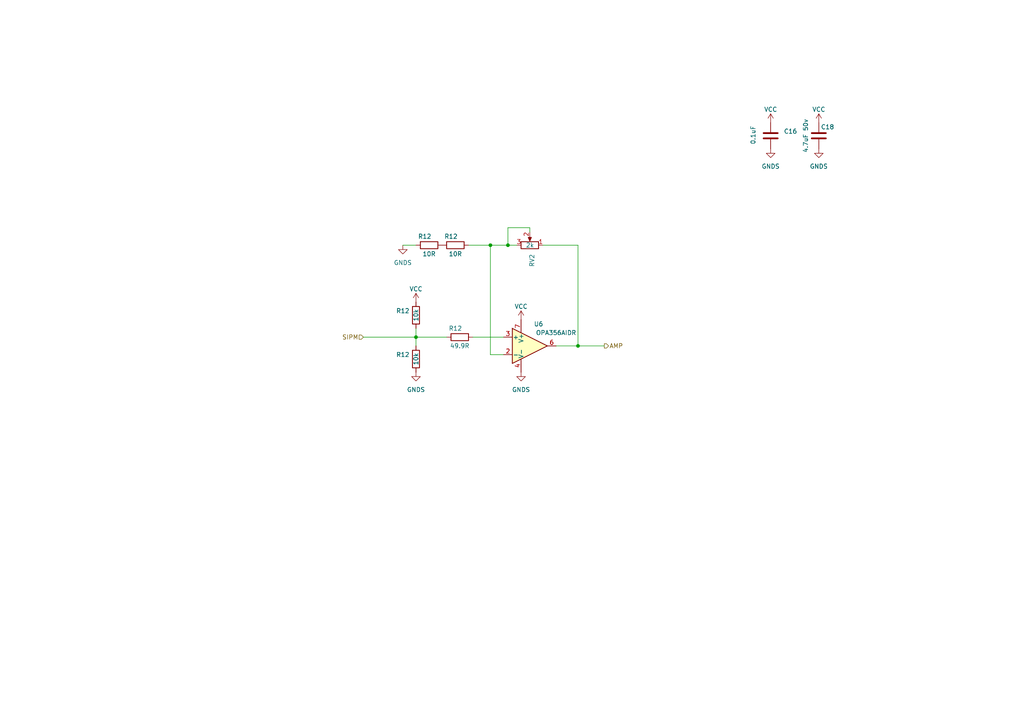
<source format=kicad_sch>
(kicad_sch (version 20230121) (generator eeschema)
  (paper "A4")
  (lib_symbols
    (symbol "Amplifier_Operational:OPA356xxD" (pin_names (offset 0.127))
      (property "Reference" "U" (at 0 6.35 0))
      (property "Value" "OPA356xxD" (at 0 3.81 0))
      (symbol "OPA356xxD_0_1"
        (polyline (pts (xy -5.08 5.08) (xy 5.08 0) (xy -5.08 -5.08) (xy -5.08 5.08)) (stroke (width 0.254)) (fill (type background)))
      )
      (symbol "OPA356xxD_1_1"
        (pin no_connect line (at -2.54 2.54 270) (length 2.54) hide (name "NC") (number "1"))
        (pin input line (at -7.62 -2.54 0) (length 2.54) (name "-") (number "2"))
        (pin input line (at -7.62 2.54 0) (length 2.54) (name "+") (number "3"))
        (pin power_in line (at -2.54 -7.62 90) (length 3.81) (name "V-") (number "4"))
        (pin no_connect line (at 0 2.54 270) (length 2.54) hide (name "NC") (number "5"))
        (pin output line (at 7.62 0 180) (length 2.54) (name "~") (number "6"))
        (pin power_in line (at -2.54 7.62 270) (length 3.81) (name "V+") (number "7"))
        (pin no_connect line (at 0 -2.54 90) (length 2.54) hide (name "NC") (number "8"))
      )
    )
    (symbol "Device:C" (pin_numbers hide) (pin_names (offset 0.254))
      (property "Reference" "C" (at 0.635 2.54 0))
      (property "Value" "C" (at 0.635 -2.54 0))
      (symbol "C_0_1"
        (polyline (pts (xy -2.032 -0.762) (xy 2.032 -0.762)) (stroke (width 0.508)))
        (polyline (pts (xy -2.032 0.762) (xy 2.032 0.762)) (stroke (width 0.508)))
      )
      (symbol "C_1_1"
        (pin passive line (at 0 3.81 270) (length 2.794) (name "~") (number "1"))
        (pin passive line (at 0 -3.81 90) (length 2.794) (name "~") (number "2"))
      )
    )
    (symbol "Device:R" (pin_numbers hide) (pin_names (offset 0))
      (property "Reference" "R" (at 2.032 0 90))
      (property "Value" "R" (at 0 0 90))
      (symbol "R_0_1"
        (rectangle (start -1.016 -2.54) (end 1.016 2.54) (stroke (width 0.254)))
      )
      (symbol "R_1_1"
        (pin passive line (at 0 3.81 270) (length 1.27) (name "~") (number "1"))
        (pin passive line (at 0 -3.81 90) (length 1.27) (name "~") (number "2"))
      )
    )
    (symbol "Device:R_Potentiometer" (pin_names (offset 1.016) hide)
      (property "Reference" "RV" (at -4.445 0 90))
      (property "Value" "R_Potentiometer" (at -2.54 0 90))
      (symbol "R_Potentiometer_0_1"
        (polyline (pts (xy 2.54 0) (xy 1.524 0)))
        (polyline (pts (xy 1.143 0) (xy 2.286 0.508) (xy 2.286 -0.508) (xy 1.143 0)) (fill (type outline)))
        (rectangle (start 1.016 2.54) (end -1.016 -2.54) (stroke (width 0.254)))
      )
      (symbol "R_Potentiometer_1_1"
        (pin passive line (at 0 3.81 270) (length 1.27) (name "1") (number "1"))
        (pin passive line (at 3.81 0 180) (length 1.27) (name "2") (number "2"))
        (pin passive line (at 0 -3.81 90) (length 1.27) (name "3") (number "3"))
      )
    )
    (symbol "power:GNDS" (power) (pin_names (offset 0))
      (property "Value" "GNDS" (at 0 -3.81 0))
      (symbol "GNDS_0_1"
        (polyline (pts (xy 0 0) (xy 0 -1.27) (xy 1.27 -1.27) (xy 0 -2.54) (xy -1.27 -1.27) (xy 0 -1.27)))
      )
      (symbol "GNDS_1_1"
        (pin power_in line (at 0 0 270) (length 0) hide (name "GNDS") (number "1"))
      )
    )
    (symbol "power:VCC" (power) (pin_names (offset 0))
      (property "Value" "VCC" (at 0 3.81 0))
      (symbol "VCC_0_1"
        (polyline (pts (xy -0.762 1.27) (xy 0 2.54)))
        (polyline (pts (xy 0 0) (xy 0 2.54)))
        (polyline (pts (xy 0 2.54) (xy 0.762 1.27)))
      )
      (symbol "VCC_1_1"
        (pin power_in line (at 0 0 90) (length 0) hide (name "VCC") (number "1"))
      )
    )
  )
  (junction (at 167.64 100.33))
  (junction (at 142.24 71.12))
  (junction (at 120.65 97.79))
  (junction (at 147.32 71.12))
  (wire (pts (xy 142.24 71.12) (xy 147.32 71.12)))
  (wire (pts (xy 120.65 95.25) (xy 120.65 97.79)))
  (wire (pts (xy 153.67 66.04) (xy 147.32 66.04)))
  (wire (pts (xy 116.84 71.12) (xy 120.65 71.12)))
  (wire (pts (xy 167.64 100.33) (xy 175.26 100.33)))
  (wire (pts (xy 167.64 100.33) (xy 161.29 100.33)))
  (wire (pts (xy 120.65 97.79) (xy 120.65 100.33)))
  (wire (pts (xy 137.16 97.79) (xy 146.05 97.79)))
  (wire (pts (xy 153.67 67.31) (xy 153.67 66.04)))
  (wire (pts (xy 147.32 66.04) (xy 147.32 71.12)))
  (wire (pts (xy 135.89 71.12) (xy 142.24 71.12)))
  (wire (pts (xy 105.41 97.79) (xy 120.65 97.79)))
  (wire (pts (xy 146.05 102.87) (xy 142.24 102.87)))
  (wire (pts (xy 120.65 97.79) (xy 129.54 97.79)))
  (wire (pts (xy 147.32 71.12) (xy 149.86 71.12)))
  (wire (pts (xy 157.48 71.12) (xy 167.64 71.12)))
  (wire (pts (xy 142.24 71.12) (xy 142.24 102.87)))
  (wire (pts (xy 167.64 71.12) (xy 167.64 100.33)))
  (hierarchical_label "AMP" (shape output) (at 175.26 100.33 0))
  (hierarchical_label "SIPM" (shape input) (at 105.41 97.79 180))
  (symbol (lib_id "Amplifier_Operational:OPA356xxD") (at 153.67 100.33 0) (unit 1)
    (property "Reference" "U6" (at 156.21 93.98 0))
    (property "Value" "OPA356AIDR" (at 161.29 96.52 0))
    (property "Footprint" "Package_SO:SOIC-8_3.9x4.9mm_P1.27mm" (effects hide))
    (property "Datasheet" "http://www.ti.com/lit/ds/symlink/opa356.pdf" (effects hide))
  )
  (symbol (lib_id "power:VCC") (at 151.13 92.71 0) (unit 1)
    (property "Reference" "#PWR071" (effects hide))
    (property "Value" "VCC" (at 151.13 88.9 0))
  )
  (symbol (lib_id "power:GNDS") (at 223.52 43.18 0) (unit 1)
    (property "Reference" "#PWR063" (effects hide))
    (property "Value" "GNDS" (at 223.52 48.26 0))
    (instances (project "ESP-Gamma-Detector" (path "" (reference "#PWR063") (unit 1)) (path "" (reference "#PWR076") (unit 1))))
  )
  (symbol (lib_id "Device:R") (at 120.65 91.44 0) (unit 1)
    (property "Reference" "R12" (at 116.84 90.17 0))
    (property "Value" "10k" (at 120.65 91.44 90))
    (property "Footprint" "Resistor_SMD:R_0603_1608Metric_Pad0.98x0.95mm_HandSolder" (effects hide))
    (property "MPN" "RMCF0603JT5K10" (effects hide))
    (property "INFO" "DIGIKEY" (effects hide))
    (property "Supplier Part Number" "RMCF0603JT5K10DKR-ND" (effects hide))
    (instances (project "ESP-Gamma-Detector" (path "" (reference "R12") (unit 1)) (path "" (reference "R3") (unit 1)) (path "" (reference "R19") (unit 1))) (project "opengeiger" (path "" (reference "R14") (unit 1))))
  )
  (symbol (lib_id "power:VCC") (at 120.65 87.63 0) (unit 1)
    (property "Reference" "#PWR072" (effects hide))
    (property "Value" "VCC" (at 120.65 83.82 0))
  )
  (symbol (lib_id "Device:C") (at 237.49 39.37 180) (unit 1)
    (property "Reference" "C18" (at 240.03 36.83 0))
    (property "Value" "4.7uF 50v" (at 233.68 39.37 90))
    (property "Footprint" "Capacitor_SMD:C_0805_2012Metric" (effects hide))
    (property "INFO" "DIGIKEY" (effects hide))
    (instances (project "ESP-Gamma-Detector" (path "" (reference "C18") (unit 1)) (path "" (reference "C9") (unit 1)) (path "" (reference "C16") (unit 1)) (path "" (reference "C20") (unit 1))) (project "opengeiger" (path "" (reference "C8") (unit 1))))
  )
  (symbol (lib_id "Device:R_Potentiometer") (at 153.67 71.12 270) (mirror x) (unit 1)
    (property "Reference" "RV1" (at 154.305 73.66 0) (effects (justify right)))
    (property "Value" "2k" (at 154.94 71.12 90) (effects (justify right)))
    (instances (project "ESP-Gamma-Detector" (path "" (reference "RV2") (unit 1))))
  )
  (symbol (lib_id "power:GNDS") (at 237.49 43.18 0) (unit 1)
    (property "Reference" "#PWR063" (effects hide))
    (property "Value" "GNDS" (at 237.49 48.26 0))
    (instances (project "ESP-Gamma-Detector" (path "" (reference "#PWR063") (unit 1)) (path "" (reference "#PWR077") (unit 1))))
  )
  (symbol (lib_id "power:GNDS") (at 151.13 107.95 0) (unit 1)
    (property "Reference" "#PWR063" (effects hide))
    (property "Value" "GNDS" (at 151.13 113.03 0))
    (instances (project "ESP-Gamma-Detector" (path "" (reference "#PWR063") (unit 1)) (path "" (reference "#PWR073") (unit 1))))
  )
  (symbol (lib_id "Device:R") (at 120.65 104.14 0) (unit 1)
    (property "Reference" "R12" (at 116.84 102.87 0))
    (property "Value" "10k" (at 120.65 104.14 90))
    (property "Footprint" "Resistor_SMD:R_0603_1608Metric_Pad0.98x0.95mm_HandSolder" (effects hide))
    (property "MPN" "RMCF0603JT5K10" (effects hide))
    (property "INFO" "DIGIKEY" (effects hide))
    (property "Supplier Part Number" "RMCF0603JT5K10DKR-ND" (effects hide))
    (instances (project "ESP-Gamma-Detector" (path "" (reference "R12") (unit 1)) (path "" (reference "R3") (unit 1)) (path "" (reference "R20") (unit 1))) (project "opengeiger" (path "" (reference "R14") (unit 1))))
  )
  (symbol (lib_id "power:GNDS") (at 120.65 107.95 0) (unit 1)
    (property "Reference" "#PWR063" (effects hide))
    (property "Value" "GNDS" (at 120.65 113.03 0))
    (instances (project "ESP-Gamma-Detector" (path "" (reference "#PWR063") (unit 1)) (path "" (reference "#PWR078") (unit 1))))
  )
  (symbol (lib_id "power:GNDS") (at 116.84 71.12 0) (unit 1)
    (property "Reference" "#PWR063" (effects hide))
    (property "Value" "GNDS" (at 116.84 76.2 0))
    (instances (project "ESP-Gamma-Detector" (path "" (reference "#PWR063") (unit 1)) (path "" (reference "#PWR079") (unit 1))))
  )
  (symbol (lib_id "power:VCC") (at 223.52 35.56 0) (unit 1)
    (property "Reference" "#PWR074" (effects hide))
    (property "Value" "VCC" (at 223.52 31.75 0))
  )
  (symbol (lib_id "Device:R") (at 124.46 71.12 90) (unit 1)
    (property "Reference" "R12" (at 123.19 68.58 90))
    (property "Value" "10R" (at 124.46 73.66 90))
    (property "Footprint" "Resistor_SMD:R_0603_1608Metric_Pad0.98x0.95mm_HandSolder" (effects hide))
    (property "MPN" "RMCF0603JT5K10" (effects hide))
    (property "INFO" "DIGIKEY" (effects hide))
    (property "Supplier Part Number" "RMCF0603JT5K10DKR-ND" (effects hide))
    (instances (project "ESP-Gamma-Detector" (path "" (reference "R12") (unit 1)) (path "" (reference "R3") (unit 1)) (path "" (reference "R22") (unit 1))) (project "opengeiger" (path "" (reference "R14") (unit 1))))
  )
  (symbol (lib_id "Device:R") (at 132.08 71.12 90) (unit 1)
    (property "Reference" "R12" (at 130.81 68.58 90))
    (property "Value" "10R" (at 132.08 73.66 90))
    (property "Footprint" "Resistor_SMD:R_0603_1608Metric_Pad0.98x0.95mm_HandSolder" (effects hide))
    (property "MPN" "RMCF0603JT5K10" (effects hide))
    (property "INFO" "DIGIKEY" (effects hide))
    (property "Supplier Part Number" "RMCF0603JT5K10DKR-ND" (effects hide))
    (instances (project "ESP-Gamma-Detector" (path "" (reference "R12") (unit 1)) (path "" (reference "R3") (unit 1)) (path "" (reference "R23") (unit 1))) (project "opengeiger" (path "" (reference "R14") (unit 1))))
  )
  (symbol (lib_id "power:VCC") (at 237.49 35.56 0) (unit 1)
    (property "Reference" "#PWR075" (effects hide))
    (property "Value" "VCC" (at 237.49 31.75 0))
  )
  (symbol (lib_id "Device:R") (at 133.35 97.79 90) (unit 1)
    (property "Reference" "R12" (at 132.08 95.25 90))
    (property "Value" "49.9R" (at 133.35 100.33 90))
    (property "Footprint" "Resistor_SMD:R_0603_1608Metric_Pad0.98x0.95mm_HandSolder" (effects hide))
    (property "MPN" "RMCF0603JT5K10" (effects hide))
    (property "INFO" "DIGIKEY" (effects hide))
    (property "Supplier Part Number" "RMCF0603JT5K10DKR-ND" (effects hide))
    (instances (project "ESP-Gamma-Detector" (path "" (reference "R12") (unit 1)) (path "" (reference "R3") (unit 1)) (path "" (reference "R21") (unit 1))) (project "opengeiger" (path "" (reference "R14") (unit 1))))
  )
  (symbol (lib_id "Device:C") (at 223.52 39.37 0) (unit 1)
    (property "Reference" "C16" (at 227.33 38.0999 0) (effects (justify left)))
    (property "Value" "0.1uF" (at 218.44 41.91 90) (effects (justify left)))
    (property "Footprint" "Capacitor_SMD:C_0603_1608Metric_Pad1.08x0.95mm_HandSolder" (effects hide))
    (property "MPN" "06035C104KAT4A" (effects hide))
    (property "INFO" "DIGIKEY" (effects hide))
    (property "Supplier Part Number" "478-10346-1-ND" (effects hide))
    (instances (project "ESP-Gamma-Detector" (path "" (reference "C16") (unit 1)) (path "" (reference "C1") (unit 1)) (path "" (reference "C19") (unit 1))) (project "opengeiger" (path "" (reference "C15") (unit 1))))
  )
)
</source>
